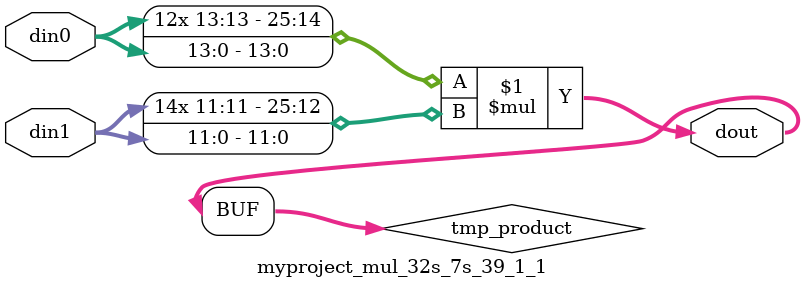
<source format=v>

`timescale 1 ns / 1 ps

  module myproject_mul_32s_7s_39_1_1(din0, din1, dout);
parameter ID = 1;
parameter NUM_STAGE = 0;
parameter din0_WIDTH = 14;
parameter din1_WIDTH = 12;
parameter dout_WIDTH = 26;

input [din0_WIDTH - 1 : 0] din0; 
input [din1_WIDTH - 1 : 0] din1; 
output [dout_WIDTH - 1 : 0] dout;

wire signed [dout_WIDTH - 1 : 0] tmp_product;













assign tmp_product = $signed(din0) * $signed(din1);








assign dout = tmp_product;







endmodule

</source>
